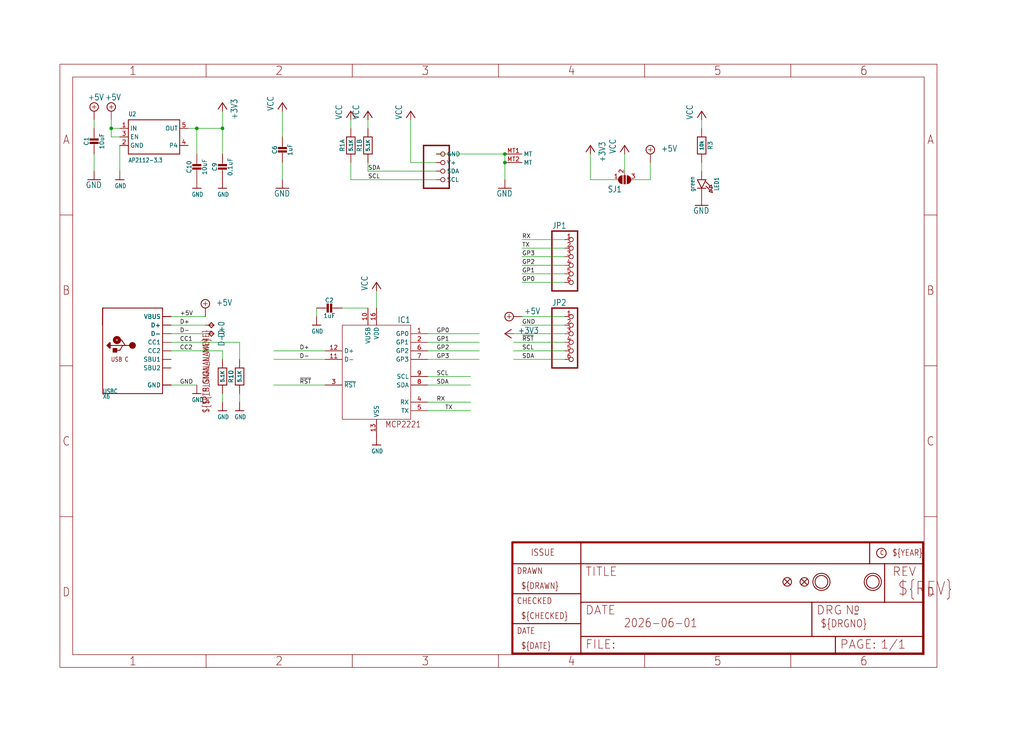
<source format=kicad_sch>
(kicad_sch (version 20230121) (generator eeschema)
  (paper "User" 303.962 217.322)
  (lib_symbols
    (symbol "working-eagle-import:+3V3" (power)
      (property "Value" "+3V3" (at -2.54 -5.08 90))
      (symbol "+3V3_1_0"
        (polyline (pts (xy 0 0) (xy -1.27 -1.905)) (stroke (width 0.254)))
        (polyline (pts (xy 1.27 -1.905) (xy 0 0)) (stroke (width 0.254)))
        (pin power_in line (at 0 -2.54 90) (length 2.54) (name "+3V3") (number "1"))
      )
    )
    (symbol "working-eagle-import:+5V" (power)
      (property "Value" "+5V" (at -1.905 3.175 0))
      (symbol "+5V_1_0"
        (polyline (pts (xy -0.635 1.27) (xy 0.635 1.27)) (stroke (width 0.1524)))
        (polyline (pts (xy 0 0.635) (xy 0 1.905)) (stroke (width 0.1524)))
        (circle (center 0 1.27) (radius 1.27) (stroke (width 0.254)))
        (pin power_in line (at 0 -2.54 90) (length 2.54) (name "+5V") (number "1"))
      )
    )
    (symbol "working-eagle-import:CAP_CERAMIC0603_NO"
      (property "Reference" "C" (at -2.29 1.25 90))
      (symbol "CAP_CERAMIC0603_NO_1_0"
        (rectangle (start -1.27 0.508) (end 1.27 1.016) (fill (type outline)))
        (rectangle (start -1.27 1.524) (end 1.27 2.032) (fill (type outline)))
        (polyline (pts (xy 0 0.762) (xy 0 0)) (stroke (width 0.1524)))
        (polyline (pts (xy 0 2.54) (xy 0 1.778)) (stroke (width 0.1524)))
        (pin passive line (at 0 5.08 270) (length 2.54) (name "1") (number "1"))
        (pin passive line (at 0 -2.54 90) (length 2.54) (name "2") (number "2"))
      )
    )
    (symbol "working-eagle-import:CAP_CERAMIC0805-NOOUTLINE"
      (property "Reference" "C" (at -2.29 1.25 90))
      (symbol "CAP_CERAMIC0805-NOOUTLINE_1_0"
        (rectangle (start -1.27 0.508) (end 1.27 1.016) (fill (type outline)))
        (rectangle (start -1.27 1.524) (end 1.27 2.032) (fill (type outline)))
        (polyline (pts (xy 0 0.762) (xy 0 0)) (stroke (width 0.1524)))
        (polyline (pts (xy 0 2.54) (xy 0 1.778)) (stroke (width 0.1524)))
        (pin passive line (at 0 5.08 270) (length 2.54) (name "1") (number "1"))
        (pin passive line (at 0 -2.54 90) (length 2.54) (name "2") (number "2"))
      )
    )
    (symbol "working-eagle-import:FIDUCIAL_1MM"
      (symbol "FIDUCIAL_1MM_1_0"
        (polyline (pts (xy -0.762 0.762) (xy 0.762 -0.762)) (stroke (width 0.254)))
        (polyline (pts (xy 0.762 0.762) (xy -0.762 -0.762)) (stroke (width 0.254)))
        (circle (center 0 0) (radius 1.27) (stroke (width 0.254)))
      )
    )
    (symbol "working-eagle-import:FRAME_A4"
      (symbol "FRAME_A4_1_0"
        (polyline (pts (xy 0 44.7675) (xy 3.81 44.7675)))
        (polyline (pts (xy 0 89.535) (xy 3.81 89.535)))
        (polyline (pts (xy 0 134.3025) (xy 3.81 134.3025)))
        (polyline (pts (xy 3.81 3.81) (xy 3.81 175.26)))
        (polyline (pts (xy 43.3917 0) (xy 43.3917 3.81)))
        (polyline (pts (xy 43.3917 175.26) (xy 43.3917 179.07)))
        (polyline (pts (xy 86.7833 0) (xy 86.7833 3.81)))
        (polyline (pts (xy 86.7833 175.26) (xy 86.7833 179.07)))
        (polyline (pts (xy 130.175 0) (xy 130.175 3.81)))
        (polyline (pts (xy 130.175 175.26) (xy 130.175 179.07)))
        (polyline (pts (xy 173.5667 0) (xy 173.5667 3.81)))
        (polyline (pts (xy 173.5667 175.26) (xy 173.5667 179.07)))
        (polyline (pts (xy 216.9583 0) (xy 216.9583 3.81)))
        (polyline (pts (xy 216.9583 175.26) (xy 216.9583 179.07)))
        (polyline (pts (xy 256.54 3.81) (xy 3.81 3.81)))
        (polyline (pts (xy 256.54 3.81) (xy 256.54 8.89)) (stroke (width 0.1016)))
        (polyline (pts (xy 256.54 3.81) (xy 256.54 175.26)))
        (polyline (pts (xy 256.54 8.89) (xy 256.54 13.97)) (stroke (width 0.1016)))
        (polyline (pts (xy 256.54 13.97) (xy 256.54 19.05)) (stroke (width 0.1016)))
        (polyline (pts (xy 256.54 19.05) (xy 256.54 36.83)) (stroke (width 0.1016)))
        (polyline (pts (xy 256.54 44.7675) (xy 260.35 44.7675)))
        (polyline (pts (xy 256.54 89.535) (xy 260.35 89.535)))
        (polyline (pts (xy 256.54 134.3025) (xy 260.35 134.3025)))
        (polyline (pts (xy 256.54 175.26) (xy 3.81 175.26)))
        (polyline (pts (xy 0 0) (xy 260.35 0) (xy 260.35 179.07) (xy 0 179.07) (xy 0 0)))
        (text "1" (at 21.6958 1.905 0) (effects (font (size 2.54 2.286))))
        (text "1" (at 21.6958 177.165 0) (effects (font (size 2.54 2.286))))
        (text "2" (at 65.0875 1.905 0) (effects (font (size 2.54 2.286))))
        (text "2" (at 65.0875 177.165 0) (effects (font (size 2.54 2.286))))
        (text "3" (at 108.4792 1.905 0) (effects (font (size 2.54 2.286))))
        (text "3" (at 108.4792 177.165 0) (effects (font (size 2.54 2.286))))
        (text "4" (at 151.8708 1.905 0) (effects (font (size 2.54 2.286))))
        (text "4" (at 151.8708 177.165 0) (effects (font (size 2.54 2.286))))
        (text "5" (at 195.2625 1.905 0) (effects (font (size 2.54 2.286))))
        (text "5" (at 195.2625 177.165 0) (effects (font (size 2.54 2.286))))
        (text "6" (at 238.6542 1.905 0) (effects (font (size 2.54 2.286))))
        (text "6" (at 238.6542 177.165 0) (effects (font (size 2.54 2.286))))
        (text "A" (at 1.905 156.6863 0) (effects (font (size 2.54 2.286))))
        (text "A" (at 258.445 156.6863 0) (effects (font (size 2.54 2.286))))
        (text "B" (at 1.905 111.9188 0) (effects (font (size 2.54 2.286))))
        (text "B" (at 258.445 111.9188 0) (effects (font (size 2.54 2.286))))
        (text "C" (at 1.905 67.1513 0) (effects (font (size 2.54 2.286))))
        (text "C" (at 258.445 67.1513 0) (effects (font (size 2.54 2.286))))
        (text "D" (at 1.905 22.3838 0) (effects (font (size 2.54 2.286))))
        (text "D" (at 258.445 22.3838 0) (effects (font (size 2.54 2.286))))
      )
      (symbol "FRAME_A4_2_0"
        (polyline (pts (xy -0.3048 1.5748) (xy 20.0152 1.5748)) (stroke (width 0.6096)))
        (polyline (pts (xy -0.3048 10.4648) (xy -0.3048 1.5748)) (stroke (width 0.6096)))
        (polyline (pts (xy -0.3048 10.4648) (xy 20.0152 10.4648)) (stroke (width 0.3048)))
        (polyline (pts (xy -0.3048 19.3548) (xy -0.3048 10.4648)) (stroke (width 0.6096)))
        (polyline (pts (xy -0.3048 19.3548) (xy 20.0152 19.3548)) (stroke (width 0.3048)))
        (polyline (pts (xy -0.3048 28.2448) (xy -0.3048 19.3548)) (stroke (width 0.6096)))
        (polyline (pts (xy -0.3048 28.2448) (xy 20.0152 28.2448)) (stroke (width 0.3048)))
        (polyline (pts (xy -0.3048 34.5948) (xy -0.3048 28.2448)) (stroke (width 0.6096)))
        (polyline (pts (xy 20.0152 1.5748) (xy 20.0152 6.6548)) (stroke (width 0.3048)))
        (polyline (pts (xy 20.0152 1.5748) (xy 95.5802 1.5748)) (stroke (width 0.6096)))
        (polyline (pts (xy 20.0152 6.6548) (xy 20.0152 10.4648)) (stroke (width 0.3048)))
        (polyline (pts (xy 20.0152 6.6548) (xy 88.5952 6.6548)) (stroke (width 0.3048)))
        (polyline (pts (xy 20.0152 10.4648) (xy 20.0152 16.8148)) (stroke (width 0.3048)))
        (polyline (pts (xy 20.0152 16.8148) (xy 20.0152 19.3548)) (stroke (width 0.3048)))
        (polyline (pts (xy 20.0152 19.3548) (xy 20.0152 28.2448)) (stroke (width 0.3048)))
        (polyline (pts (xy 20.0152 28.2448) (xy 20.0152 34.5948)) (stroke (width 0.3048)))
        (polyline (pts (xy 20.0152 28.2448) (xy 105.7402 28.2448)) (stroke (width 0.3048)))
        (polyline (pts (xy 20.0152 34.5948) (xy -0.3048 34.5948)) (stroke (width 0.6096)))
        (polyline (pts (xy 88.5952 6.6548) (xy 95.5802 6.6548)) (stroke (width 0.3048)))
        (polyline (pts (xy 88.5952 16.8148) (xy 20.0152 16.8148)) (stroke (width 0.3048)))
        (polyline (pts (xy 88.5952 16.8148) (xy 88.5952 6.6548)) (stroke (width 0.3048)))
        (polyline (pts (xy 95.5802 1.5748) (xy 121.6152 1.5748)) (stroke (width 0.6096)))
        (polyline (pts (xy 95.5802 6.6548) (xy 95.5802 1.5748)) (stroke (width 0.3048)))
        (polyline (pts (xy 95.5802 6.6548) (xy 121.6152 6.6548)) (stroke (width 0.3048)))
        (polyline (pts (xy 101.2952 13.3223) (xy 102.2477 13.3223)) (stroke (width 0.254)))
        (polyline (pts (xy 105.7402 28.2448) (xy 105.7402 34.5948)) (stroke (width 0.3048)))
        (polyline (pts (xy 105.7402 28.2448) (xy 110.1852 28.2448)) (stroke (width 0.3048)))
        (polyline (pts (xy 105.7402 34.5948) (xy 20.0152 34.5948)) (stroke (width 0.6096)))
        (polyline (pts (xy 110.1852 16.8148) (xy 88.5952 16.8148)) (stroke (width 0.3048)))
        (polyline (pts (xy 110.1852 28.2448) (xy 110.1852 16.8148)) (stroke (width 0.3048)))
        (polyline (pts (xy 110.1852 28.2448) (xy 121.6152 28.2448)) (stroke (width 0.3048)))
        (polyline (pts (xy 121.6152 6.6548) (xy 121.6152 1.5748)) (stroke (width 0.6096)))
        (polyline (pts (xy 121.6152 16.8148) (xy 110.1852 16.8148)) (stroke (width 0.3048)))
        (polyline (pts (xy 121.6152 16.8148) (xy 121.6152 6.6548)) (stroke (width 0.6096)))
        (polyline (pts (xy 121.6152 28.2448) (xy 121.6152 16.8148)) (stroke (width 0.6096)))
        (polyline (pts (xy 121.6152 34.5948) (xy 105.7402 34.5948)) (stroke (width 0.6096)))
        (polyline (pts (xy 121.6152 34.5948) (xy 121.6152 28.2448)) (stroke (width 0.6096)))
        (circle (center 109.2327 31.4198) (radius 1.4199) (stroke (width 0.254)))
        (text "${#}/${##}" (at 108.9152 2.8448 0) (effects (font (size 2.54 2.54)) (justify left bottom)))
        (text "${CHECKED}" (at 2.2352 11.7348 0) (effects (font (size 1.778 1.5113)) (justify left bottom)))
        (text "${COMPANY}" (at 23.349 29.6735 0) (effects (font (size 3.175 2.6987) (thickness 0.5397) bold) (justify left bottom)))
        (text "${CURRENT_DATE}" (at 32.7152 9.1948 0) (effects (font (size 2.54 2.159)) (justify left bottom)))
        (text "${DATE}" (at 2.2352 2.8448 0) (effects (font (size 1.778 1.5113)) (justify left bottom)))
        (text "${DRAWN}" (at 2.2352 20.6248 0) (effects (font (size 1.778 1.5113)) (justify left bottom)))
        (text "${DRGNO}" (at 91.1352 9.1948 0) (effects (font (size 2.1844 1.8567)) (justify left bottom)))
        (text "${PROJECTNAME}" (at 33.0327 2.8448 0) (effects (font (size 2.54 2.159)) (justify left bottom)))
        (text "${REV}" (at 113.9952 18.7198 0) (effects (font (size 3.81 3.2385)) (justify left bottom)))
        (text "${YEAR}" (at 112.4077 30.4673 0) (effects (font (size 1.778 1.5113)) (justify left bottom)))
        (text "C" (at 108.7564 30.7848 0) (effects (font (size 1.27 1.0795)) (justify left bottom)))
        (text "CHECKED" (at 0.9652 16.1798 0) (effects (font (size 1.778 1.5113)) (justify left bottom)))
        (text "DATE" (at 0.9652 7.2898 0) (effects (font (size 1.778 1.5113)) (justify left bottom)))
        (text "DATE" (at 21.2852 13.0048 0) (effects (font (size 2.54 2.54)) (justify left bottom)))
        (text "DRAWN" (at 0.9652 25.0698 0) (effects (font (size 1.778 1.5113)) (justify left bottom)))
        (text "DRG" (at 89.8652 13.0048 0) (effects (font (size 2.54 2.54)) (justify left bottom)))
        (text "FILE:" (at 21.2852 2.8448 0) (effects (font (size 2.54 2.54)) (justify left bottom)))
        (text "ISSUE" (at 5.0927 30.4673 0) (effects (font (size 1.9304 1.6408)) (justify left bottom)))
        (text "N" (at 98.4377 13.0048 0) (effects (font (size 2.54 2.54)) (justify left bottom)))
        (text "o" (at 100.9777 13.9573 0) (effects (font (size 2.1844 1.8567)) (justify left bottom)))
        (text "PAGE:" (at 96.8502 2.8448 0) (effects (font (size 2.54 2.54)) (justify left bottom)))
        (text "REV" (at 112.4077 24.4348 0) (effects (font (size 2.54 2.54)) (justify left bottom)))
        (text "TITLE" (at 21.2852 24.4348 0) (effects (font (size 2.54 2.54)) (justify left bottom)))
      )
    )
    (symbol "working-eagle-import:GND" (power)
      (property "Value" "GND" (at -1.524 -2.54 0))
      (symbol "GND_1_0"
        (polyline (pts (xy -1.27 0) (xy 1.27 0)) (stroke (width 0.254)))
        (pin power_in line (at 0 2.54 270) (length 2.54) (name "GND") (number "1"))
      )
    )
    (symbol "working-eagle-import:HEADER-1X670MIL"
      (property "Reference" "JP" (at -6.35 10.795 0))
      (symbol "HEADER-1X670MIL_1_0"
        (polyline (pts (xy -6.35 -7.62) (xy 1.27 -7.62)) (stroke (width 0.4064)))
        (polyline (pts (xy -6.35 10.16) (xy -6.35 -7.62)) (stroke (width 0.4064)))
        (polyline (pts (xy 1.27 -7.62) (xy 1.27 10.16)) (stroke (width 0.4064)))
        (polyline (pts (xy 1.27 10.16) (xy -6.35 10.16)) (stroke (width 0.4064)))
        (pin passive inverted (at -2.54 7.62 0) (length 2.54) (name "1") (number "1"))
        (pin passive inverted (at -2.54 5.08 0) (length 2.54) (name "2") (number "2"))
        (pin passive inverted (at -2.54 2.54 0) (length 2.54) (name "3") (number "3"))
        (pin passive inverted (at -2.54 0 0) (length 2.54) (name "4") (number "4"))
        (pin passive inverted (at -2.54 -2.54 0) (length 2.54) (name "5") (number "5"))
        (pin passive inverted (at -2.54 -5.08 0) (length 2.54) (name "6") (number "6"))
      )
    )
    (symbol "working-eagle-import:LED0603_NOOUTLINE"
      (property "Reference" "D" (at -1.27 4.445 0))
      (symbol "LED0603_NOOUTLINE_1_0"
        (polyline (pts (xy -2.54 -1.27) (xy 0 0)) (stroke (width 0.254)))
        (polyline (pts (xy -2.54 1.27) (xy -2.54 -1.27)) (stroke (width 0.254)))
        (polyline (pts (xy -1.905 1.27) (xy -0.635 2.54)) (stroke (width 0.254)))
        (polyline (pts (xy -0.9525 2.8575) (xy -0.3175 2.2225)) (stroke (width 0.254)))
        (polyline (pts (xy -0.635 1.27) (xy 0.635 2.54)) (stroke (width 0.254)))
        (polyline (pts (xy -0.3175 2.2225) (xy 0 3.175)) (stroke (width 0.254)))
        (polyline (pts (xy 0 0) (xy -2.54 1.27)) (stroke (width 0.254)))
        (polyline (pts (xy 0 0) (xy 0 -1.27)) (stroke (width 0.254)))
        (polyline (pts (xy 0 1.27) (xy 0 0)) (stroke (width 0.254)))
        (polyline (pts (xy 0 3.175) (xy -0.9525 2.8575)) (stroke (width 0.254)))
        (polyline (pts (xy 0.3175 2.8575) (xy 0.9525 2.2225)) (stroke (width 0.254)))
        (polyline (pts (xy 0.9525 2.2225) (xy 1.27 3.175)) (stroke (width 0.254)))
        (polyline (pts (xy 1.27 3.175) (xy 0.3175 2.8575)) (stroke (width 0.254)))
        (pin passive line (at -5.08 0 0) (length 2.54) (name "A") (number "A"))
        (pin passive line (at 2.54 0 180) (length 2.54) (name "C") (number "C"))
      )
    )
    (symbol "working-eagle-import:MCP2221_ML"
      (property "Reference" "IC" (at 10.16 15.24 0))
      (symbol "MCP2221_ML_1_0"
        (polyline (pts (xy -10.16 -15.24) (xy -10.16 12.7)) (stroke (width 0.1524)))
        (polyline (pts (xy -10.16 12.7) (xy 10.16 12.7)) (stroke (width 0.1524)))
        (polyline (pts (xy 10.16 -15.24) (xy -10.16 -15.24)) (stroke (width 0.1524)))
        (polyline (pts (xy 10.16 12.7) (xy 10.16 -15.24)) (stroke (width 0.1524)))
        (text "MCP2221" (at 2.54 -17.78 0) (effects (font (size 1.778 1.5113)) (justify left bottom)))
        (pin bidirectional line (at 15.24 10.16 180) (length 5.08) (name "GP0") (number "1"))
        (pin power_in line (at -2.54 17.78 270) (length 5.08) (name "VUSB") (number "10"))
        (pin bidirectional line (at -15.24 2.54 0) (length 5.08) (name "D-") (number "11"))
        (pin bidirectional line (at -15.24 5.08 0) (length 5.08) (name "D+") (number "12"))
        (pin power_in line (at 0 -20.32 90) (length 5.08) (name "VSS") (number "13"))
        (pin power_in line (at 0 17.78 270) (length 5.08) (name "VDD") (number "16"))
        (pin bidirectional line (at 15.24 7.62 180) (length 5.08) (name "GP1") (number "2"))
        (pin input line (at -15.24 -5.08 0) (length 5.08) (name "~{RST}") (number "3"))
        (pin bidirectional line (at 15.24 -10.16 180) (length 5.08) (name "RX") (number "4"))
        (pin bidirectional line (at 15.24 -12.7 180) (length 5.08) (name "TX") (number "5"))
        (pin bidirectional line (at 15.24 5.08 180) (length 5.08) (name "GP2") (number "6"))
        (pin bidirectional line (at 15.24 2.54 180) (length 5.08) (name "GP3") (number "7"))
        (pin bidirectional line (at 15.24 -5.08 180) (length 5.08) (name "SDA") (number "8"))
        (pin bidirectional line (at 15.24 -2.54 180) (length 5.08) (name "SCL") (number "9"))
      )
    )
    (symbol "working-eagle-import:MOUNTINGHOLE2.5"
      (symbol "MOUNTINGHOLE2.5_1_0"
        (circle (center 0 0) (radius 1.905) (stroke (width 0.254)))
        (circle (center 0 0) (radius 2.54) (stroke (width 0.254)))
      )
    )
    (symbol "working-eagle-import:RESISTOR_0603_NOOUT"
      (property "Reference" "R" (at 0 2.54 0))
      (symbol "RESISTOR_0603_NOOUT_1_0"
        (polyline (pts (xy -2.54 -1.27) (xy -2.54 1.27)) (stroke (width 0.254)))
        (polyline (pts (xy -2.54 1.27) (xy 2.54 1.27)) (stroke (width 0.254)))
        (polyline (pts (xy 2.54 -1.27) (xy -2.54 -1.27)) (stroke (width 0.254)))
        (polyline (pts (xy 2.54 1.27) (xy 2.54 -1.27)) (stroke (width 0.254)))
        (pin passive line (at -5.08 0 0) (length 2.54) (name "1") (number "1"))
        (pin passive line (at 5.08 0 180) (length 2.54) (name "2") (number "2"))
      )
    )
    (symbol "working-eagle-import:RESISTOR_4PACK"
      (property "Reference" "R" (at 0 2.54 0))
      (symbol "RESISTOR_4PACK_1_0"
        (polyline (pts (xy -2.54 -1.27) (xy -2.54 1.27)) (stroke (width 0.254)))
        (polyline (pts (xy -2.54 1.27) (xy 2.54 1.27)) (stroke (width 0.254)))
        (polyline (pts (xy 2.54 -1.27) (xy -2.54 -1.27)) (stroke (width 0.254)))
        (polyline (pts (xy 2.54 1.27) (xy 2.54 -1.27)) (stroke (width 0.254)))
        (pin passive line (at -5.08 0 0) (length 2.54) (name "1") (number "1"))
        (pin passive line (at 5.08 0 180) (length 2.54) (name "2") (number "8"))
      )
      (symbol "RESISTOR_4PACK_2_0"
        (polyline (pts (xy -2.54 -1.27) (xy -2.54 1.27)) (stroke (width 0.254)))
        (polyline (pts (xy -2.54 1.27) (xy 2.54 1.27)) (stroke (width 0.254)))
        (polyline (pts (xy 2.54 -1.27) (xy -2.54 -1.27)) (stroke (width 0.254)))
        (polyline (pts (xy 2.54 1.27) (xy 2.54 -1.27)) (stroke (width 0.254)))
        (pin passive line (at -5.08 0 0) (length 2.54) (name "1") (number "2"))
        (pin passive line (at 5.08 0 180) (length 2.54) (name "2") (number "7"))
      )
      (symbol "RESISTOR_4PACK_3_0"
        (polyline (pts (xy -2.54 -1.27) (xy -2.54 1.27)) (stroke (width 0.254)))
        (polyline (pts (xy -2.54 1.27) (xy 2.54 1.27)) (stroke (width 0.254)))
        (polyline (pts (xy 2.54 -1.27) (xy -2.54 -1.27)) (stroke (width 0.254)))
        (polyline (pts (xy 2.54 1.27) (xy 2.54 -1.27)) (stroke (width 0.254)))
        (pin passive line (at -5.08 0 0) (length 2.54) (name "1") (number "3"))
        (pin passive line (at 5.08 0 180) (length 2.54) (name "2") (number "6"))
      )
      (symbol "RESISTOR_4PACK_4_0"
        (polyline (pts (xy -2.54 -1.27) (xy -2.54 1.27)) (stroke (width 0.254)))
        (polyline (pts (xy -2.54 1.27) (xy 2.54 1.27)) (stroke (width 0.254)))
        (polyline (pts (xy 2.54 -1.27) (xy -2.54 -1.27)) (stroke (width 0.254)))
        (polyline (pts (xy 2.54 1.27) (xy 2.54 -1.27)) (stroke (width 0.254)))
        (pin passive line (at -5.08 0 0) (length 2.54) (name "1") (number "4"))
        (pin passive line (at 5.08 0 180) (length 2.54) (name "2") (number "5"))
      )
    )
    (symbol "working-eagle-import:SOLDERJUMPER_2WAY"
      (property "Reference" "SJ" (at -5.08 -3.81 0))
      (symbol "SOLDERJUMPER_2WAY_1_0"
        (arc (start -0.635 1.27) (mid -1.8995 0) (end -0.635 -1.27) (stroke (width 0.0001)) (fill (type outline)))
        (rectangle (start -0.254 -1.27) (end 0.254 1.27) (fill (type outline)))
        (polyline (pts (xy -2.54 0) (xy -1.651 0)) (stroke (width 0.1524)))
        (polyline (pts (xy 0 2.54) (xy 0 0.381)) (stroke (width 0.1524)))
        (polyline (pts (xy 2.54 0) (xy 1.651 0)) (stroke (width 0.1524)))
        (arc (start 0.635 -1.27) (mid 1.8995 0) (end 0.635 1.27) (stroke (width 0.0001)) (fill (type outline)))
        (pin passive line (at -2.54 0 0) (length 0) (name "1") (number "1"))
        (pin passive line (at 0 2.54 270) (length 0) (name "2") (number "2"))
        (pin passive line (at 2.54 0 180) (length 0) (name "3") (number "3"))
      )
    )
    (symbol "working-eagle-import:STEMMA_I2C_QT"
      (symbol "STEMMA_I2C_QT_1_0"
        (polyline (pts (xy -3.81 -5.08) (xy 3.81 -5.08)) (stroke (width 0.4064)))
        (polyline (pts (xy -3.81 7.62) (xy -3.81 -5.08)) (stroke (width 0.4064)))
        (polyline (pts (xy 3.81 -5.08) (xy 3.81 7.62)) (stroke (width 0.4064)))
        (polyline (pts (xy 3.81 7.62) (xy -3.81 7.62)) (stroke (width 0.4064)))
        (pin passive inverted (at 0 5.08 0) (length 2.54) (name "GND") (number "1"))
        (pin passive inverted (at 0 2.54 0) (length 2.54) (name "V+") (number "2"))
        (pin passive inverted (at 0 0 0) (length 2.54) (name "SDA") (number "3"))
        (pin passive inverted (at 0 -2.54 0) (length 2.54) (name "SCL") (number "4"))
      )
      (symbol "STEMMA_I2C_QT_2_0"
        (pin bidirectional line (at 0 0 0) (length 5.08) (name "MT") (number "MT1"))
      )
      (symbol "STEMMA_I2C_QT_3_0"
        (pin bidirectional line (at 0 0 0) (length 5.08) (name "MT") (number "MT2"))
      )
    )
    (symbol "working-eagle-import:TPTP17R"
      (property "Reference" "TP" (at -1.27 1.27 0))
      (symbol "TPTP17R_1_0"
        (polyline (pts (xy -0.762 -0.762) (xy 0 0)) (stroke (width 0.254)))
        (polyline (pts (xy 0 -1.524) (xy -0.762 -0.762)) (stroke (width 0.254)))
        (polyline (pts (xy 0 0) (xy 0.762 -0.762)) (stroke (width 0.254)))
        (polyline (pts (xy 0.762 -0.762) (xy 0 -1.524)) (stroke (width 0.254)))
        (text "${TP_SIGNAL_NAME}" (at 1.27 -1.27 0) (effects (font (size 1.778 1.5113)) (justify left bottom)))
        (pin input line (at 0 -2.54 90) (length 2.54) (name "TP") (number "TP"))
      )
    )
    (symbol "working-eagle-import:USB_C"
      (property "Reference" "X" (at -10.16 13.716 0))
      (symbol "USB_C_1_0"
        (rectangle (start -7.12 -0.45) (end -5.92 0.75) (fill (type outline)))
        (circle (center -5.92 3.2) (radius 0.2) (stroke (width 1)))
        (circle (center -1.32 1.6) (radius 0.5) (stroke (width 1)))
        (polyline (pts (xy -10.2 7.62) (xy -10.16 12.7)) (stroke (width 0.254)))
        (polyline (pts (xy -10.16 -12.7) (xy 7.62 -12.7)) (stroke (width 0.254)))
        (polyline (pts (xy -10.16 12.7) (xy -10.16 -12.7)) (stroke (width 0.254)))
        (polyline (pts (xy -10.16 12.7) (xy 7.62 12.7)) (stroke (width 0.254)))
        (polyline (pts (xy -8.92 1.6) (xy -8.12 2.4)) (stroke (width 0.254)))
        (polyline (pts (xy -8.52 1.4) (xy -8.32 1.2)) (stroke (width 0.254)))
        (polyline (pts (xy -8.52 1.6) (xy -8.52 1.4)) (stroke (width 0.254)))
        (polyline (pts (xy -8.32 1.2) (xy -8.32 2)) (stroke (width 0.254)))
        (polyline (pts (xy -8.32 2) (xy -8.72 1.6)) (stroke (width 0.254)))
        (polyline (pts (xy -8.12 0.8) (xy -8.92 1.6)) (stroke (width 0.254)))
        (polyline (pts (xy -8.12 1) (xy -8.12 2.4)) (stroke (width 0.254)))
        (polyline (pts (xy -8.12 2.4) (xy -7.92 2.4)) (stroke (width 0.254)))
        (polyline (pts (xy -7.92 0.8) (xy -8.12 0.8)) (stroke (width 0.254)))
        (polyline (pts (xy -7.92 1.6) (xy -7.92 0.8)) (stroke (width 0.254)))
        (polyline (pts (xy -7.92 2.4) (xy -7.92 1.6)) (stroke (width 0.254)))
        (polyline (pts (xy -6.27 0.15) (xy -5.07 0.15)) (stroke (width 0.254)))
        (polyline (pts (xy -5.52 3.2) (xy -4.52 3.2)) (stroke (width 0.254)))
        (polyline (pts (xy -5.07 0.15) (xy -4.22 1.6)) (stroke (width 0.254)))
        (polyline (pts (xy -4.52 3.2) (xy -3.47 1.6)) (stroke (width 0.254)))
        (polyline (pts (xy -4.22 1.6) (xy -7.92 1.6)) (stroke (width 0.254)))
        (polyline (pts (xy -3.47 1.6) (xy -4.22 1.6)) (stroke (width 0.254)))
        (polyline (pts (xy -1.32 1.6) (xy -3.47 1.6)) (stroke (width 0.254)))
        (polyline (pts (xy 7.62 12.7) (xy 7.62 -12.7)) (stroke (width 0.254)))
        (text "USB C" (at -5.08 -2.54 0) (effects (font (size 1.27 1.0795))))
        (pin power_in line (at 10.16 -10.16 180) (length 2.54) (name "GND") (number "A1B12"))
        (pin power_in line (at 10.16 10.16 180) (length 2.54) (name "VBUS") (number "A4B9"))
        (pin bidirectional line (at 10.16 2.54 180) (length 2.54) (name "CC1") (number "A5"))
        (pin bidirectional line (at 10.16 7.62 180) (length 2.54) (name "D+") (number "A6"))
        (pin bidirectional line (at 10.16 5.08 180) (length 2.54) (name "D-") (number "A7"))
        (pin bidirectional line (at 10.16 -2.54 180) (length 2.54) (name "SBU1") (number "A8"))
        (pin power_in line (at 10.16 -10.16 180) (length 2.54) (name "GND") (number "B1A12"))
        (pin power_in line (at 10.16 10.16 180) (length 2.54) (name "VBUS") (number "B4A9"))
        (pin bidirectional line (at 10.16 0 180) (length 2.54) (name "CC2") (number "B5"))
        (pin bidirectional line (at 10.16 7.62 180) (length 2.54) (name "D+") (number "B6"))
        (pin bidirectional line (at 10.16 5.08 180) (length 2.54) (name "D-") (number "B7"))
        (pin bidirectional line (at 10.16 -5.08 180) (length 2.54) (name "SBU2") (number "B8"))
      )
    )
    (symbol "working-eagle-import:VCC" (power)
      (property "Value" "VCC" (at -2.54 -2.54 90))
      (symbol "VCC_1_0"
        (polyline (pts (xy 0 0) (xy -1.27 -1.905)) (stroke (width 0.254)))
        (polyline (pts (xy 1.27 -1.905) (xy 0 0)) (stroke (width 0.254)))
        (pin power_in line (at 0 -2.54 90) (length 2.54) (name "VCC") (number "1"))
      )
    )
    (symbol "working-eagle-import:VREG_SOT23-5"
      (property "Reference" "U" (at -7.62 6.096 0))
      (symbol "VREG_SOT23-5_1_0"
        (polyline (pts (xy -7.62 -5.08) (xy -7.62 5.08)) (stroke (width 0.254)))
        (polyline (pts (xy -7.62 5.08) (xy 7.62 5.08)) (stroke (width 0.254)))
        (polyline (pts (xy 7.62 -5.08) (xy -7.62 -5.08)) (stroke (width 0.254)))
        (polyline (pts (xy 7.62 5.08) (xy 7.62 -5.08)) (stroke (width 0.254)))
        (pin power_in line (at -10.16 2.54 0) (length 2.54) (name "IN") (number "1"))
        (pin power_in line (at -10.16 -2.54 0) (length 2.54) (name "GND") (number "2"))
        (pin input line (at -10.16 0 0) (length 2.54) (name "EN") (number "3"))
        (pin bidirectional line (at 10.16 -2.54 180) (length 2.54) (name "P4") (number "4"))
        (pin power_in line (at 10.16 2.54 180) (length 2.54) (name "OUT") (number "5"))
      )
    )
    (symbol "working-eagle-import:supply1_GND" (power)
      (property "Value" "supply1_GND" (at -2.54 -2.54 0))
      (symbol "supply1_GND_1_0"
        (polyline (pts (xy -1.905 0) (xy 1.905 0)) (stroke (width 0.254)))
        (pin power_in line (at 0 2.54 270) (length 2.54) (name "GND") (number "1"))
      )
    )
  )
  (junction (at 149.86 45.72))
  (junction (at 33.02 38.1))
  (junction (at 66.04 38.1))
  (junction (at 149.86 48.26))
  (junction (at 58.42 38.1))
  (wire (pts (xy 127 119.38) (xy 139.7 119.38)) (stroke (width 0.1524)))
  (wire (pts (xy 50.8 101.6) (xy 71.12 101.6)) (stroke (width 0.1524)))
  (wire (pts (xy 193.04 53.34) (xy 193.04 48.26)) (stroke (width 0.1524)))
  (wire (pts (xy 167.64 104.14) (xy 152.4 104.14)) (stroke (width 0.1524)))
  (wire (pts (xy 58.42 45.72) (xy 58.42 38.1)) (stroke (width 0.1524)))
  (wire (pts (xy 93.98 93.98) (xy 93.98 91.44)) (stroke (width 0.1524)))
  (wire (pts (xy 83.82 53.34) (xy 83.82 48.26)) (stroke (width 0.1524)))
  (wire (pts (xy 35.56 43.18) (xy 35.56 50.8)) (stroke (width 0.1524)))
  (wire (pts (xy 127 111.76) (xy 139.7 111.76)) (stroke (width 0.1524)))
  (wire (pts (xy 167.64 93.98) (xy 154.94 93.98)) (stroke (width 0.1524)))
  (wire (pts (xy 185.42 45.72) (xy 185.42 50.8)) (stroke (width 0.1524)))
  (wire (pts (xy 109.22 35.56) (xy 109.22 38.1)) (stroke (width 0.1524)))
  (wire (pts (xy 167.64 81.28) (xy 154.94 81.28)) (stroke (width 0.1524)))
  (wire (pts (xy 127 99.06) (xy 142.24 99.06)) (stroke (width 0.1524)))
  (wire (pts (xy 139.7 121.92) (xy 127 121.92)) (stroke (width 0.1524)))
  (wire (pts (xy 104.14 48.26) (xy 104.14 53.34)) (stroke (width 0.1524)))
  (wire (pts (xy 129.54 50.8) (xy 109.22 50.8)) (stroke (width 0.1524)))
  (wire (pts (xy 81.28 106.68) (xy 96.52 106.68)) (stroke (width 0.1524)))
  (wire (pts (xy 66.04 104.14) (xy 66.04 106.68)) (stroke (width 0.1524)))
  (wire (pts (xy 167.64 76.2) (xy 154.94 76.2)) (stroke (width 0.1524)))
  (wire (pts (xy 167.64 99.06) (xy 152.4 99.06)) (stroke (width 0.1524)))
  (wire (pts (xy 101.6 91.44) (xy 109.22 91.44)) (stroke (width 0.1524)))
  (wire (pts (xy 27.94 35.56) (xy 27.94 38.1)) (stroke (width 0.1524)))
  (wire (pts (xy 83.82 33.02) (xy 83.82 40.64)) (stroke (width 0.1524)))
  (wire (pts (xy 167.64 101.6) (xy 152.4 101.6)) (stroke (width 0.1524)))
  (wire (pts (xy 139.7 114.3) (xy 127 114.3)) (stroke (width 0.1524)))
  (wire (pts (xy 142.24 106.68) (xy 127 106.68)) (stroke (width 0.1524)))
  (wire (pts (xy 33.02 38.1) (xy 33.02 40.64)) (stroke (width 0.1524)))
  (wire (pts (xy 50.8 96.52) (xy 60.96 96.52)) (stroke (width 0.1524)))
  (wire (pts (xy 149.86 48.26) (xy 149.86 53.34)) (stroke (width 0.1524)))
  (wire (pts (xy 33.02 38.1) (xy 33.02 35.56)) (stroke (width 0.1524)))
  (wire (pts (xy 167.64 83.82) (xy 154.94 83.82)) (stroke (width 0.1524)))
  (wire (pts (xy 187.96 53.34) (xy 193.04 53.34)) (stroke (width 0.1524)))
  (wire (pts (xy 35.56 38.1) (xy 33.02 38.1)) (stroke (width 0.1524)))
  (wire (pts (xy 152.4 106.68) (xy 167.64 106.68)) (stroke (width 0.1524)))
  (wire (pts (xy 111.76 86.36) (xy 111.76 91.44)) (stroke (width 0.1524)))
  (wire (pts (xy 129.54 48.26) (xy 121.92 48.26)) (stroke (width 0.1524)))
  (wire (pts (xy 175.26 53.34) (xy 182.88 53.34)) (stroke (width 0.1524)))
  (wire (pts (xy 208.28 35.56) (xy 208.28 38.1)) (stroke (width 0.1524)))
  (wire (pts (xy 71.12 119.38) (xy 71.12 116.84)) (stroke (width 0.1524)))
  (wire (pts (xy 104.14 35.56) (xy 104.14 38.1)) (stroke (width 0.1524)))
  (wire (pts (xy 167.64 78.74) (xy 154.94 78.74)) (stroke (width 0.1524)))
  (wire (pts (xy 71.12 101.6) (xy 71.12 106.68)) (stroke (width 0.1524)))
  (wire (pts (xy 33.02 40.64) (xy 35.56 40.64)) (stroke (width 0.1524)))
  (wire (pts (xy 167.64 73.66) (xy 154.94 73.66)) (stroke (width 0.1524)))
  (wire (pts (xy 96.52 114.3) (xy 81.28 114.3)) (stroke (width 0.1524)))
  (wire (pts (xy 58.42 38.1) (xy 66.04 38.1)) (stroke (width 0.1524)))
  (wire (pts (xy 127 104.14) (xy 142.24 104.14)) (stroke (width 0.1524)))
  (wire (pts (xy 66.04 38.1) (xy 66.04 45.72)) (stroke (width 0.1524)))
  (wire (pts (xy 96.52 104.14) (xy 81.28 104.14)) (stroke (width 0.1524)))
  (wire (pts (xy 60.96 93.98) (xy 50.8 93.98)) (stroke (width 0.1524)))
  (wire (pts (xy 50.8 104.14) (xy 66.04 104.14)) (stroke (width 0.1524)))
  (wire (pts (xy 104.14 53.34) (xy 129.54 53.34)) (stroke (width 0.1524)))
  (wire (pts (xy 66.04 116.84) (xy 66.04 119.38)) (stroke (width 0.1524)))
  (wire (pts (xy 50.8 99.06) (xy 60.96 99.06)) (stroke (width 0.1524)))
  (wire (pts (xy 175.26 45.72) (xy 175.26 53.34)) (stroke (width 0.1524)))
  (wire (pts (xy 121.92 35.56) (xy 121.92 48.26)) (stroke (width 0.1524)))
  (wire (pts (xy 149.86 45.72) (xy 129.54 45.72)) (stroke (width 0.1524)))
  (wire (pts (xy 109.22 50.8) (xy 109.22 48.26)) (stroke (width 0.1524)))
  (wire (pts (xy 58.42 114.3) (xy 50.8 114.3)) (stroke (width 0.1524)))
  (wire (pts (xy 167.64 71.12) (xy 154.94 71.12)) (stroke (width 0.1524)))
  (wire (pts (xy 66.04 38.1) (xy 66.04 33.02)) (stroke (width 0.1524)))
  (wire (pts (xy 55.88 38.1) (xy 58.42 38.1)) (stroke (width 0.1524)))
  (wire (pts (xy 27.94 45.72) (xy 27.94 50.8)) (stroke (width 0.1524)))
  (wire (pts (xy 167.64 96.52) (xy 154.94 96.52)) (stroke (width 0.1524)))
  (wire (pts (xy 142.24 101.6) (xy 127 101.6)) (stroke (width 0.1524)))
  (wire (pts (xy 149.86 48.26) (xy 149.86 45.72)) (stroke (width 0.1524)))
  (wire (pts (xy 208.28 50.8) (xy 208.28 48.26)) (stroke (width 0.1524)))
  (label "CC2" (at 53.34 104.14 0) (effects (font (size 1.2446 1.2446))))
  (label "GP3" (at 129.54 106.68 0) (effects (font (size 1.2446 1.2446))))
  (label "RX" (at 154.94 71.12 0) (effects (font (size 1.2446 1.2446))))
  (label "SCL" (at 109.22 53.34 0) (effects (font (size 1.2446 1.2446))))
  (label "GP2" (at 154.94 78.74 0) (effects (font (size 1.2446 1.2446))))
  (label "GP0" (at 154.94 83.82 0) (effects (font (size 1.2446 1.2446))))
  (label "SDA" (at 109.22 50.8 0) (effects (font (size 1.2446 1.2446))))
  (label "+5V" (at 53.34 93.98 0) (effects (font (size 1.2446 1.2446))))
  (label "D+" (at 88.9 104.14 0) (effects (font (size 1.2446 1.2446))))
  (label "SCL" (at 154.94 104.14 0) (effects (font (size 1.2446 1.2446))))
  (label "SCL" (at 129.54 111.76 0) (effects (font (size 1.2446 1.2446))))
  (label "TX" (at 132.08 121.92 0) (effects (font (size 1.2446 1.2446))))
  (label "TX" (at 154.94 73.66 0) (effects (font (size 1.2446 1.2446))))
  (label "CC1" (at 53.34 101.6 0) (effects (font (size 1.2446 1.2446))))
  (label "GP2" (at 129.54 104.14 0) (effects (font (size 1.2446 1.2446))))
  (label "RX" (at 129.54 119.38 0) (effects (font (size 1.2446 1.2446))))
  (label "~{RST}" (at 88.9 114.3 0) (effects (font (size 1.2446 1.2446))))
  (label "D+" (at 53.34 96.52 0) (effects (font (size 1.2446 1.2446))))
  (label "D-" (at 53.34 99.06 0) (effects (font (size 1.2446 1.2446))))
  (label "~{RST}" (at 154.94 101.6 0) (effects (font (size 1.2446 1.2446))))
  (label "GP1" (at 129.54 101.6 0) (effects (font (size 1.2446 1.2446))))
  (label "GP0" (at 129.54 99.06 0) (effects (font (size 1.2446 1.2446))))
  (label "SDA" (at 129.54 114.3 0) (effects (font (size 1.2446 1.2446))))
  (label "SDA" (at 154.94 106.68 0) (effects (font (size 1.2446 1.2446))))
  (label "D-" (at 88.9 106.68 0) (effects (font (size 1.2446 1.2446))))
  (label "GND" (at 53.34 114.3 0) (effects (font (size 1.2446 1.2446))))
  (label "GP1" (at 154.94 81.28 0) (effects (font (size 1.2446 1.2446))))
  (label "GND" (at 154.94 96.52 0) (effects (font (size 1.2446 1.2446))))
  (label "GP3" (at 154.94 76.2 0) (effects (font (size 1.2446 1.2446))))
  (symbol (lib_id "working-eagle-import:FIDUCIAL_1MM") (at 233.68 172.72 0) (unit 1)
    (property "Reference" "FID2" (effects hide))
    (property "Value" "FIDUCIAL_1MM" (effects hide))
    (property "Footprint" "working:FIDUCIAL_1MM" (effects hide))
  )
  (symbol (lib_id "working-eagle-import:GND") (at 66.04 55.88 0) (unit 1)
    (property "Reference" "#U$28" (effects hide))
    (property "Value" "GND" (at 64.516 58.42 0) (effects (font (size 1.27 1.0795)) (justify left bottom)))
  )
  (symbol (lib_id "working-eagle-import:GND") (at 93.98 96.52 0) (unit 1)
    (property "Reference" "#U$1" (effects hide))
    (property "Value" "GND" (at 92.456 99.06 0) (effects (font (size 1.27 1.0795)) (justify left bottom)))
  )
  (symbol (lib_id "working-eagle-import:TPTP17R") (at 63.5 96.52 270) (unit 1)
    (property "Reference" "D+0" (at 64.77 95.25 0) (effects (font (size 1.778 1.5113)) (justify left bottom)))
    (property "Value" "TPTP17R" (effects hide))
    (property "Footprint" "working:TP17R" (effects hide))
  )
  (symbol (lib_id "working-eagle-import:FIDUCIAL_1MM") (at 238.76 172.72 0) (unit 1)
    (property "Reference" "FID1" (effects hide))
    (property "Value" "FIDUCIAL_1MM" (effects hide))
    (property "Footprint" "working:FIDUCIAL_1MM" (effects hide))
  )
  (symbol (lib_id "working-eagle-import:+5V") (at 152.4 93.98 90) (unit 1)
    (property "Reference" "#SUPPLY3" (effects hide))
    (property "Value" "+5V" (at 155.575 93.345 90) (effects (font (size 1.778 1.5113)) (justify right top)))
  )
  (symbol (lib_id "working-eagle-import:STEMMA_I2C_QT") (at 129.54 50.8 0) (unit 1)
    (property "Reference" "CONN1" (effects hide))
    (property "Value" "STEMMA_I2C_QT" (effects hide))
    (property "Footprint" "working:JST_SH4" (effects hide))
  )
  (symbol (lib_id "working-eagle-import:VCC") (at 121.92 33.02 0) (unit 1)
    (property "Reference" "#P+3" (effects hide))
    (property "Value" "VCC" (at 119.38 35.56 90) (effects (font (size 1.778 1.5113)) (justify left bottom)))
  )
  (symbol (lib_id "working-eagle-import:RESISTOR_4PACK") (at 71.12 111.76 90) (unit 3)
    (property "Reference" "R1" (at 68.58 111.76 0))
    (property "Value" "5.1K" (at 71.12 111.76 0) (effects (font (size 1.016 1.016) bold)))
    (property "Footprint" "working:RESPACK_4X0603" (effects hide))
  )
  (symbol (lib_id "working-eagle-import:GND") (at 58.42 116.84 0) (unit 1)
    (property "Reference" "#U$12" (effects hide))
    (property "Value" "GND" (at 56.896 119.38 0) (effects (font (size 1.27 1.0795)) (justify left bottom)))
  )
  (symbol (lib_id "working-eagle-import:+5V") (at 27.94 33.02 0) (unit 1)
    (property "Reference" "#SUPPLY1" (effects hide))
    (property "Value" "+5V" (at 26.035 29.845 0) (effects (font (size 1.778 1.5113)) (justify left bottom)))
  )
  (symbol (lib_id "working-eagle-import:USB_C") (at 40.64 104.14 0) (unit 1)
    (property "Reference" "X6" (at 30.48 118.364 0) (effects (font (size 1.27 1.0795)) (justify left bottom)))
    (property "Value" "USBC" (at 30.48 116.84 0) (effects (font (size 1.27 1.0795)) (justify left bottom)))
    (property "Footprint" "working:USB_C_CUSB31-CFM2AX-01-X" (effects hide))
  )
  (symbol (lib_id "working-eagle-import:STEMMA_I2C_QT") (at 149.86 45.72 0) (unit 2)
    (property "Reference" "CONN1" (effects hide))
    (property "Value" "STEMMA_I2C_QT" (effects hide))
    (property "Footprint" "working:JST_SH4" (effects hide))
  )
  (symbol (lib_id "working-eagle-import:+5V") (at 33.02 33.02 0) (unit 1)
    (property "Reference" "#SUPPLY6" (effects hide))
    (property "Value" "+5V" (at 31.115 29.845 0) (effects (font (size 1.778 1.5113)) (justify left bottom)))
  )
  (symbol (lib_id "working-eagle-import:supply1_GND") (at 208.28 60.96 0) (unit 1)
    (property "Reference" "#GND2" (effects hide))
    (property "Value" "GND" (at 205.74 63.5 0) (effects (font (size 1.778 1.5113)) (justify left bottom)))
  )
  (symbol (lib_id "working-eagle-import:VCC") (at 104.14 33.02 0) (unit 1)
    (property "Reference" "#P+6" (effects hide))
    (property "Value" "VCC" (at 101.6 35.56 90) (effects (font (size 1.778 1.5113)) (justify left bottom)))
  )
  (symbol (lib_id "working-eagle-import:supply1_GND") (at 27.94 53.34 0) (unit 1)
    (property "Reference" "#GND5" (effects hide))
    (property "Value" "GND" (at 25.4 55.88 0) (effects (font (size 1.778 1.5113)) (justify left bottom)))
  )
  (symbol (lib_id "working-eagle-import:VREG_SOT23-5") (at 45.72 40.64 0) (unit 1)
    (property "Reference" "U2" (at 38.1 34.544 0) (effects (font (size 1.27 1.0795)) (justify left bottom)))
    (property "Value" "AP2112-3.3" (at 38.1 48.26 0) (effects (font (size 1.27 1.0795)) (justify left bottom)))
    (property "Footprint" "working:SOT23-5" (effects hide))
  )
  (symbol (lib_id "working-eagle-import:FRAME_A4") (at 17.78 198.12 0) (unit 1)
    (property "Reference" "#FRAME1" (effects hide))
    (property "Value" "FRAME_A4" (effects hide))
  )
  (symbol (lib_id "working-eagle-import:+3V3") (at 66.04 30.48 0) (mirror y) (unit 1)
    (property "Reference" "#+3V4" (effects hide))
    (property "Value" "+3V3" (at 68.58 35.56 90) (effects (font (size 1.778 1.5113)) (justify left bottom)))
  )
  (symbol (lib_id "working-eagle-import:GND") (at 35.56 53.34 0) (unit 1)
    (property "Reference" "#U$30" (effects hide))
    (property "Value" "GND" (at 34.036 55.88 0) (effects (font (size 1.27 1.0795)) (justify left bottom)))
  )
  (symbol (lib_id "working-eagle-import:RESISTOR_4PACK") (at 66.04 111.76 270) (unit 4)
    (property "Reference" "R1" (at 68.58 111.76 0))
    (property "Value" "5.1K" (at 66.04 111.76 0) (effects (font (size 1.016 1.016) bold)))
    (property "Footprint" "working:RESPACK_4X0603" (effects hide))
  )
  (symbol (lib_id "working-eagle-import:GND") (at 111.76 132.08 0) (unit 1)
    (property "Reference" "#U$9" (effects hide))
    (property "Value" "GND" (at 110.236 134.62 0) (effects (font (size 1.27 1.0795)) (justify left bottom)))
  )
  (symbol (lib_id "working-eagle-import:VCC") (at 185.42 43.18 0) (unit 1)
    (property "Reference" "#P+1" (effects hide))
    (property "Value" "VCC" (at 182.88 45.72 90) (effects (font (size 1.778 1.5113)) (justify left bottom)))
  )
  (symbol (lib_id "working-eagle-import:VCC") (at 208.28 33.02 0) (unit 1)
    (property "Reference" "#P+7" (effects hide))
    (property "Value" "VCC" (at 205.74 35.56 90) (effects (font (size 1.778 1.5113)) (justify left bottom)))
  )
  (symbol (lib_id "working-eagle-import:VCC") (at 111.76 83.82 0) (unit 1)
    (property "Reference" "#P+2" (effects hide))
    (property "Value" "VCC" (at 109.22 86.36 90) (effects (font (size 1.778 1.5113)) (justify left bottom)))
  )
  (symbol (lib_id "working-eagle-import:FRAME_A4") (at 152.4 195.58 0) (unit 2)
    (property "Reference" "#FRAME1" (effects hide))
    (property "Value" "FRAME_A4" (effects hide))
  )
  (symbol (lib_id "working-eagle-import:MOUNTINGHOLE2.5") (at 259.08 172.72 0) (unit 1)
    (property "Reference" "U$7" (effects hide))
    (property "Value" "MOUNTINGHOLE2.5" (effects hide))
    (property "Footprint" "working:MOUNTINGHOLE_2.5_PLATED" (effects hide))
  )
  (symbol (lib_id "working-eagle-import:CAP_CERAMIC0603_NO") (at 66.04 50.8 0) (unit 1)
    (property "Reference" "C9" (at 63.75 49.55 90))
    (property "Value" "0.1uF" (at 68.34 49.55 90))
    (property "Footprint" "working:0603-NO" (effects hide))
  )
  (symbol (lib_id "working-eagle-import:TPTP17R") (at 63.5 99.06 270) (unit 1)
    (property "Reference" "D-0" (at 64.77 97.79 0) (effects (font (size 1.778 1.5113)) (justify left bottom)))
    (property "Value" "TPTP17R" (effects hide))
    (property "Footprint" "working:TP17R" (effects hide))
  )
  (symbol (lib_id "working-eagle-import:CAP_CERAMIC0603_NO") (at 96.52 91.44 270) (unit 1)
    (property "Reference" "C2" (at 97.77 89.15 90))
    (property "Value" "1uF" (at 97.77 93.74 90))
    (property "Footprint" "working:0603-NO" (effects hide))
  )
  (symbol (lib_id "working-eagle-import:STEMMA_I2C_QT") (at 149.86 48.26 0) (unit 3)
    (property "Reference" "CONN1" (effects hide))
    (property "Value" "STEMMA_I2C_QT" (effects hide))
    (property "Footprint" "working:JST_SH4" (effects hide))
  )
  (symbol (lib_id "working-eagle-import:GND") (at 58.42 55.88 0) (unit 1)
    (property "Reference" "#U$29" (effects hide))
    (property "Value" "GND" (at 56.896 58.42 0) (effects (font (size 1.27 1.0795)) (justify left bottom)))
  )
  (symbol (lib_id "working-eagle-import:supply1_GND") (at 83.82 55.88 0) (unit 1)
    (property "Reference" "#GND9" (effects hide))
    (property "Value" "GND" (at 81.28 58.42 0) (effects (font (size 1.778 1.5113)) (justify left bottom)))
  )
  (symbol (lib_id "working-eagle-import:HEADER-1X670MIL") (at 170.18 78.74 0) (unit 1)
    (property "Reference" "JP1" (at 163.83 67.945 0) (effects (font (size 1.778 1.5113)) (justify left bottom)))
    (property "Value" "HEADER-1X670MIL" (effects hide))
    (property "Footprint" "working:1X06_ROUND_70" (effects hide))
  )
  (symbol (lib_id "working-eagle-import:RESISTOR_0603_NOOUT") (at 208.28 43.18 270) (unit 1)
    (property "Reference" "R3" (at 210.82 43.18 0))
    (property "Value" "10k" (at 208.28 43.18 0) (effects (font (size 1.016 1.016) bold)))
    (property "Footprint" "working:0603-NO" (effects hide))
  )
  (symbol (lib_id "working-eagle-import:VCC") (at 83.82 30.48 0) (unit 1)
    (property "Reference" "#P+4" (effects hide))
    (property "Value" "VCC" (at 81.28 33.02 90) (effects (font (size 1.778 1.5113)) (justify left bottom)))
  )
  (symbol (lib_id "working-eagle-import:+3V3") (at 149.86 99.06 90) (mirror x) (unit 1)
    (property "Reference" "#+3V1" (effects hide))
    (property "Value" "+3V3" (at 160.02 99.06 90) (effects (font (size 1.778 1.5113)) (justify left bottom)))
  )
  (symbol (lib_id "working-eagle-import:CAP_CERAMIC0805-NOOUTLINE") (at 27.94 43.18 0) (unit 1)
    (property "Reference" "C1" (at 25.65 41.93 90))
    (property "Value" "10uF" (at 30.24 41.93 90))
    (property "Footprint" "working:0805-NO" (effects hide))
  )
  (symbol (lib_id "working-eagle-import:CAP_CERAMIC0805-NOOUTLINE") (at 58.42 50.8 0) (unit 1)
    (property "Reference" "C10" (at 56.13 49.55 90))
    (property "Value" "10uF" (at 60.72 49.55 90))
    (property "Footprint" "working:0805-NO" (effects hide))
    (property "REV" "A" (effects hide))
  )
  (symbol (lib_id "working-eagle-import:LED0603_NOOUTLINE") (at 208.28 55.88 270) (unit 1)
    (property "Reference" "LED1" (at 212.725 54.61 0) (effects (font (size 1.27 1.0795))))
    (property "Value" "green" (at 205.486 54.61 0) (effects (font (size 1.27 1.0795))))
    (property "Footprint" "working:CHIPLED_0603_NOOUTLINE" (effects hide))
  )
  (symbol (lib_id "working-eagle-import:RESISTOR_4PACK") (at 109.22 43.18 90) (unit 2)
    (property "Reference" "R1" (at 106.68 43.18 0))
    (property "Value" "5.1K" (at 109.22 43.18 0) (effects (font (size 1.016 1.016) bold)))
    (property "Footprint" "working:RESPACK_4X0603" (effects hide))
  )
  (symbol (lib_id "working-eagle-import:+5V") (at 193.04 45.72 0) (unit 1)
    (property "Reference" "#SUPPLY2" (effects hide))
    (property "Value" "+5V" (at 196.215 45.085 0) (effects (font (size 1.778 1.5113)) (justify left bottom)))
  )
  (symbol (lib_id "working-eagle-import:HEADER-1X670MIL") (at 170.18 101.6 0) (unit 1)
    (property "Reference" "JP2" (at 163.83 90.805 0) (effects (font (size 1.778 1.5113)) (justify left bottom)))
    (property "Value" "HEADER-1X670MIL" (effects hide))
    (property "Footprint" "working:1X06_ROUND_70" (effects hide))
  )
  (symbol (lib_id "working-eagle-import:GND") (at 66.04 121.92 0) (unit 1)
    (property "Reference" "#U$10" (effects hide))
    (property "Value" "GND" (at 64.516 124.46 0) (effects (font (size 1.27 1.0795)) (justify left bottom)))
  )
  (symbol (lib_id "working-eagle-import:MCP2221_ML") (at 111.76 109.22 0) (unit 1)
    (property "Reference" "IC1" (at 121.92 93.98 0) (effects (font (size 1.778 1.5113)) (justify right top)))
    (property "Value" "MCP2221_ML" (effects hide))
    (property "Footprint" "working:QFN16_4MM" (effects hide))
  )
  (symbol (lib_id "working-eagle-import:RESISTOR_4PACK") (at 104.14 43.18 90) (unit 1)
    (property "Reference" "R1" (at 101.6 43.18 0))
    (property "Value" "5.1K" (at 104.14 43.18 0) (effects (font (size 1.016 1.016) bold)))
    (property "Footprint" "working:RESPACK_4X0603" (effects hide))
  )
  (symbol (lib_id "working-eagle-import:GND") (at 71.12 121.92 0) (unit 1)
    (property "Reference" "#U$14" (effects hide))
    (property "Value" "GND" (at 69.596 124.46 0) (effects (font (size 1.27 1.0795)) (justify left bottom)))
  )
  (symbol (lib_id "working-eagle-import:MOUNTINGHOLE2.5") (at 243.84 172.72 0) (unit 1)
    (property "Reference" "U$6" (effects hide))
    (property "Value" "MOUNTINGHOLE2.5" (effects hide))
    (property "Footprint" "working:MOUNTINGHOLE_2.5_PLATED" (effects hide))
    (property "BOM" "EXCLUDE" (effects hide))
    (property "REV" "D" (effects hide))
  )
  (symbol (lib_id "working-eagle-import:+5V") (at 60.96 91.44 0) (unit 1)
    (property "Reference" "#SUPPLY5" (effects hide))
    (property "Value" "+5V" (at 64.135 90.805 0) (effects (font (size 1.778 1.5113)) (justify left bottom)))
  )
  (symbol (lib_id "working-eagle-import:+3V3") (at 175.26 43.18 0) (mirror y) (unit 1)
    (property "Reference" "#+3V2" (effects hide))
    (property "Value" "+3V3" (at 177.8 48.26 90) (effects (font (size 1.778 1.5113)) (justify left bottom)))
  )
  (symbol (lib_id "working-eagle-import:CAP_CERAMIC0603_NO") (at 83.82 45.72 0) (unit 1)
    (property "Reference" "C6" (at 81.53 44.47 90))
    (property "Value" "1uF" (at 86.12 44.47 90))
    (property "Footprint" "working:0603-NO" (effects hide))
  )
  (symbol (lib_id "working-eagle-import:supply1_GND") (at 149.86 55.88 0) (unit 1)
    (property "Reference" "#GND1" (effects hide))
    (property "Value" "GND" (at 147.32 58.42 0) (effects (font (size 1.778 1.5113)) (justify left bottom)))
  )
  (symbol (lib_id "working-eagle-import:VCC") (at 109.22 33.02 0) (unit 1)
    (property "Reference" "#P+5" (effects hide))
    (property "Value" "VCC" (at 106.68 35.56 90) (effects (font (size 1.778 1.5113)) (justify left bottom)))
  )
  (symbol (lib_id "working-eagle-import:SOLDERJUMPER_2WAY") (at 185.42 53.34 0) (unit 1)
    (property "Reference" "SJ1" (at 180.34 57.15 0) (effects (font (size 1.778 1.5113)) (justify left bottom)))
    (property "Value" "SOLDERJUMPER_2WAY" (effects hide))
    (property "Footprint" "working:SOLDERJUMPER_2WAY_OPEN_NOPASTE" (effects hide))
  )
)
</source>
